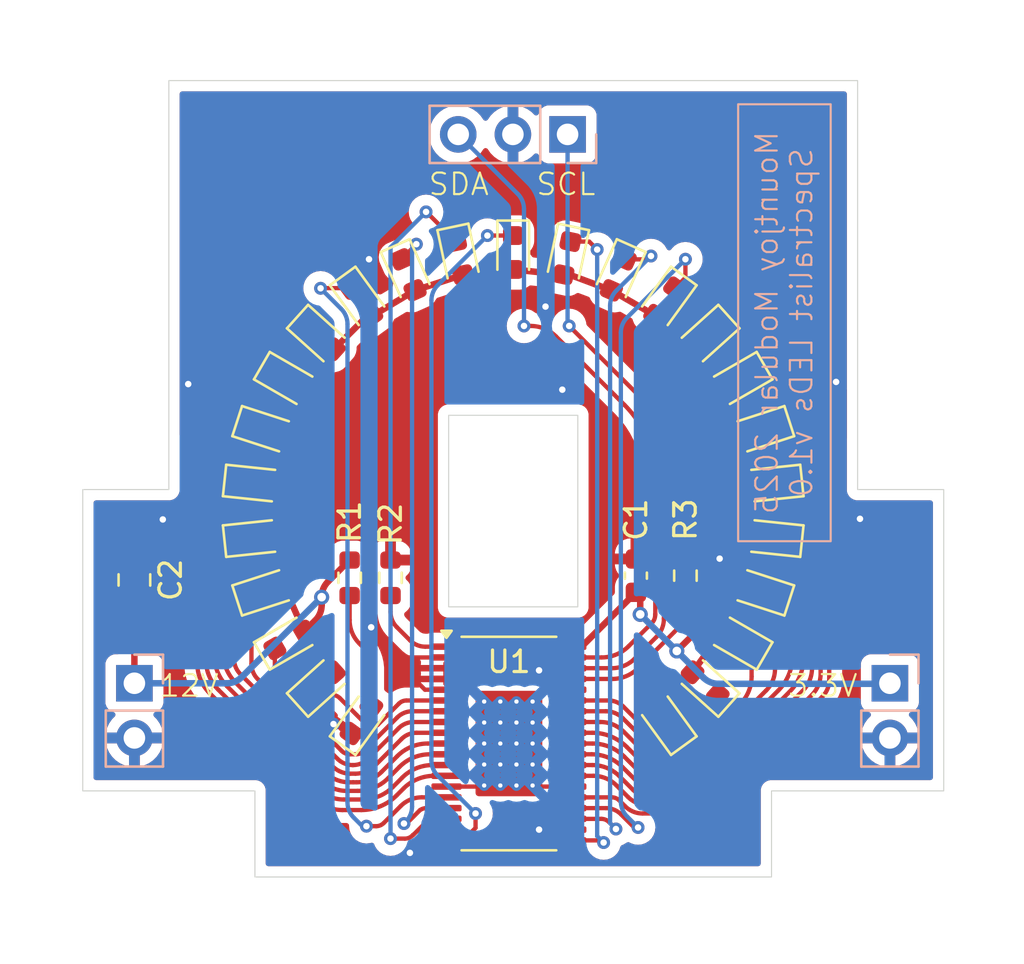
<source format=kicad_pcb>
(kicad_pcb (version 20240108) (generator "pcbnew") (generator_version "8.0")
  (layers (0 "F.Cu" signal) (31 "B.Cu" signal) (34 "B.Paste" user) (35 "F.Paste" user) (36 "B.SilkS" user "B.Silkscreen") (37 "F.SilkS" user "F.Silkscreen") (38 "B.Mask" user) (39 "F.Mask" user) (44 "Edge.Cuts" user))
  (net 0 "")
  (net 1 "GND")
  (net 2 "+12V")
  (net 3 "Net-(D1-K)")
  (net 4 "Net-(D2-K)")
  (net 5 "Net-(D3-K)")
  (net 6 "Net-(D4-K)")
  (net 7 "Net-(D5-K)")
  (net 8 "Net-(D6-K)")
  (net 9 "Net-(D7-K)")
  (net 10 "Net-(D8-K)")
  (net 11 "Net-(D9-K)")
  (net 12 "Net-(D10-K)")
  (net 13 "Net-(D11-K)")
  (net 14 "Net-(D12-K)")
  (net 15 "Net-(D13-K)")
  (net 16 "Net-(D14-K)")
  (net 17 "Net-(D15-K)")
  (net 18 "Net-(D16-K)")
  (net 19 "Net-(D17-K)")
  (net 20 "Net-(D18-K)")
  (net 21 "Net-(D19-K)")
  (net 22 "Net-(D20-K)")
  (net 23 "Net-(D21-K)")
  (net 24 "Net-(D22-K)")
  (net 25 "Net-(D23-K)")
  (net 26 "Net-(D24-K)")
  (net 27 "Net-(D25-A)")
  (net 28 "/LED_SCL")
  (net 29 "/LED_SDA")
  (net 30 "+3.3V")
  (net 31 "Net-(U1-REXT)")
  (net 32 "Net-(U1-~{RESET})")
  (footprint "LED_SMD:LED_0603_1608Metric" (layer "F.Cu") (at 138.917737 110.017067 138)
    (property "Reference" "D23" (hide yes))
    (property "Value" "LED")
  )
  (footprint "Capacitor_SMD:C_0805_2012Metric" (layer "F.Cu") (at 112.4 105.2 -90)
    (property "Reference" "C2")
    (property "Value" "10uF")
  )
  (footprint "Resistor_SMD:R_0603_1608Metric" (layer "F.Cu") (at 122.4 105.1 -90)
    (property "Reference" "R1")
    (property "Value" "10k")
  )
  (footprint "Custom_Footprints:HTSSOP-38_4.4x9.7mm_P0.5mm" (layer "F.Cu") (at 129.8 112.8)
    (property "Reference" "U1")
    (property "Value" "PCA9956B_LED_Driver")
  )
  (footprint "LED_SMD:LED_0603_1608Metric" (layer "F.Cu") (at 134.880839 91.024954 -114)
    (property "Reference" "D14" (hide yes))
    (property "Value" "LED")
  )
  (footprint "LED_SMD:LED_0603_1608Metric" (layer "F.Cu") (at 118.587321 105.695703 18)
    (property "Reference" "D3" (hide yes))
    (property "Value" "LED")
  )
  (footprint "LED_SMD:LED_0603_1608Metric" (layer "F.Cu") (at 119.607695 95.9875 -30)
    (property "Reference" "D7" (hide yes))
    (property "Value" "LED")
  )
  (footprint "LED_SMD:LED_0603_1608Metric" (layer "F.Cu") (at 130 89.9875 -90)
    (property "Reference" "D12" (hide yes))
    (property "Value" "LED")
  )
  (footprint "LED_SMD:LED_0603_1608Metric" (layer "F.Cu") (at 140.392304 95.9875 -150)
    (property "Reference" "D17" (hide yes))
    (property "Value" "LED")
  )
  (footprint "LED_SMD:LED_0603_1608Metric" (layer "F.Cu") (at 137.053423 111.695703 126)
    (property "Reference" "D24" (hide yes))
    (property "Value" "LED")
  )
  (footprint "LED_SMD:LED_0603_1608Metric" (layer "F.Cu") (at 132.49494 90.249728 -102)
    (property "Reference" "D13" (hide yes))
    (property "Value" "LED")
  )
  (footprint "LED_SMD:LED_0603_1608Metric" (layer "F.Cu") (at 137.053423 92.279296 -126)
    (property "Reference" "D15" (hide yes))
    (property "Value" "LED")
  )
  (footprint "LED_SMD:LED_0603_1608Metric" (layer "F.Cu") (at 127.505059 90.249728 -78)
    (property "Reference" "D11" (hide yes))
    (property "Value" "LED")
  )
  (footprint "Resistor_SMD:R_0603_1608Metric" (layer "F.Cu") (at 138 105 -90)
    (property "Reference" "R3")
    (property "Value" "10k")
  )
  (footprint "LED_SMD:LED_0603_1608Metric" (layer "F.Cu") (at 122.946576 92.279296 -54)
    (property "Reference" "D9" (hide yes))
    (property "Value" "LED")
  )
  (footprint "LED_SMD:LED_0603_1608Metric" (layer "F.Cu") (at 141.412678 105.695703 162)
    (property "Reference" "D21" (hide yes))
    (property "Value" "LED")
  )
  (footprint "LED_SMD:LED_0603_1608Metric" (layer "F.Cu") (at 141.412678 98.279296 -162)
    (property "Reference" "D18" (hide yes))
    (property "Value" "LED")
  )
  (footprint "LED_SMD:LED_0603_1608Metric" (layer "F.Cu") (at 141.934262 100.733158 -174)
    (property "Reference" "D19" (hide yes))
    (property "Value" "LED")
  )
  (footprint "LED_SMD:LED_0603_1608Metric" (layer "F.Cu") (at 138.917737 93.957932 -138)
    (property "Reference" "D16" (hide yes))
    (property "Value" "LED")
  )
  (footprint "LED_SMD:LED_0603_1608Metric" (layer "F.Cu") (at 118.065737 103.241841 6)
    (property "Reference" "D4" (hide yes))
    (property "Value" "LED")
  )
  (footprint "LED_SMD:LED_0603_1608Metric" (layer "F.Cu") (at 140.392304 107.9875 150)
    (property "Reference" "D22" (hide yes))
    (property "Value" "LED")
  )
  (footprint "LED_SMD:LED_0603_1608Metric" (layer "F.Cu") (at 125.11916 91.024954 -66)
    (property "Reference" "D10" (hide yes))
    (property "Value" "LED")
  )
  (footprint "LED_SMD:LED_0603_1608Metric" (layer "F.Cu") (at 141.934262 103.241841 174)
    (property "Reference" "D20" (hide yes))
    (property "Value" "LED")
  )
  (footprint "LED_SMD:LED_0603_1608Metric" (layer "F.Cu") (at 122.946576 111.695703 54)
    (property "Reference" "D25" (hide yes))
    (property "Value" "LED")
  )
  (footprint "LED_SMD:LED_0603_1608Metric" (layer "F.Cu") (at 121.082262 110.017067 42)
    (property "Reference" "D1" (hide yes))
    (property "Value" "LED")
  )
  (footprint "LED_SMD:LED_0603_1608Metric" (layer "F.Cu") (at 121.082262 93.957932 -42)
    (property "Reference" "D8" (hide yes))
    (property "Value" "LED")
  )
  (footprint "LED_SMD:LED_0603_1608Metric" (layer "F.Cu") (at 118.587321 98.279296 -18)
    (property "Reference" "D6" (hide yes))
    (property "Value" "LED")
  )
  (footprint "LED_SMD:LED_0603_1608Metric" (layer "F.Cu") (at 118.065737 100.733158 -6)
    (property "Reference" "D5" (hide yes))
    (property "Value" "LED")
  )
  (footprint "LED_SMD:LED_0603_1608Metric" (layer "F.Cu") (at 119.607695 107.9875 30)
    (property "Reference" "D2" (hide yes))
    (property "Value" "LED")
  )
  (footprint "Capacitor_SMD:C_0603_1608Metric" (layer "F.Cu") (at 135.7 105 -90)
    (property "Reference" "C1")
    (property "Value" "100nF")
  )
  (footprint "Resistor_SMD:R_0603_1608Metric" (layer "F.Cu") (at 124.3 105.1 -90)
    (property "Reference" "R2")
    (property "Value" "2k")
  )
  (footprint "Connector_PinHeader_2.54mm:PinHeader_1x02_P2.54mm_Vertical" (layer "B.Cu") (at 147.5 110 180)
    (property "Reference" "J3" (hide yes))
    (property "Value" "Conn_01x02_Pin")
  )
  (footprint "Connector_PinHeader_2.54mm:PinHeader_1x02_P2.54mm_Vertical" (layer "B.Cu") (at 112.4 110 180)
    (property "Reference" "J2" (hide yes))
    (property "Value" "Conn_01x02_Pin")
  )
  (footprint "Connector_PinHeader_2.54mm:PinHeader_1x03_P2.54mm_Vertical" (layer "B.Cu") (at 132.525 84.5 90)
    (property "Reference" "J1" (hide yes))
    (property "Value" "Conn_01x03_Pin")
  )
  (gr_poly (pts (xy 110 101) (xy 114 101) (xy 114 92) (xy 114 82) (xy 146 82) (xy 146 101) (xy 150 101) (xy 150 115) (xy 142 115) (xy 142 119) (xy 118 119) (xy 118 115) (xy 110 115)) (stroke (width 0.05)) (fill none) (layer "Edge.Cuts"))
  (gr_rect (start 127 97.55) (end 133 106.45) (stroke (width 0.05)) (fill none) (layer "Edge.Cuts"))
  (gr_text "SDA" (at 126 87.4 0) (layer "F.SilkS") (effects (font (size 1 1) (thickness 0.1)) (justify left bottom)))
  (gr_text "3.3V" (at 142.7 110.7 0) (layer "F.SilkS") (effects (font (size 1 1) (thickness 0.1)) (justify left bottom)))
  (gr_text "12V" (at 113.5 110.7 0) (layer "F.SilkS") (effects (font (size 1 1) (thickness 0.1)) (justify left bottom)))
  (gr_text "SCL" (at 131 87.4 0) (layer "F.SilkS") (effects (font (size 1 1) (thickness 0.1)) (justify left bottom)))
  (gr_text_box "Mountjoy Modular 2025\nSpectralist LEDs v1.0\n" (start 140.45 83.1) (end 144.75 103.4) (angle 90) (layer "B.SilkS") (effects (font (size 1 1) (thickness 0.1)) (justify top mirror)) (border yes) (stroke (width 0.1)))
  (segment (start 125.22038 117.87962) (end 125.9 117.2) (width 0.2) (layer "F.Cu") (net 1))
  (segment (start 132.7 116.8) (end 131.2 116.8) (width 0.2) (layer "F.Cu") (net 1))
  (segment (start 122.046106 111.895213) (end 121.65 111.895213) (width 0.2) (layer "F.Cu") (net 1))
  (segment (start 126.16759 116.8) (end 126.9 116.8) (width 0.2) (layer "F.Cu") (net 1))
  (segment (start 145.4 96.4) (end 145 96) (width 0.2) (layer "F.Cu") (net 1))
  (segment (start 113.72 102.35) (end 114.63 101.44) (width 0.2) (layer "F.Cu") (net 1))
  (segment (start 145.4 101.63) (end 145.4 96.4) (width 0.2) (layer "F.Cu") (net 1))
  (segment (start 125.4 109.8) (end 124.9 109.3) (width 0.2) (layer "F.Cu") (net 1))
  (segment (start 125.9 117.06759) (end 126.16759 116.8) (width 0.2) (layer "F.Cu") (net 1))
  (segment (start 132.7 114.8) (end 130.95 114.8) (width 0.2) (layer "F.Cu") (net 1))
  (segment (start 132.7 110.3) (end 131.96759 110.3) (width 0.2) (layer "F.Cu") (net 1))
  (segment (start 128.6 114.8) (end 128.65 114.75) (width 0.2) (layer "F.Cu") (net 1))
  (segment (start 124.9 109.3) (end 124.4 108.8) (width 0.2) (layer "F.Cu") (net 1))
  (segment (start 113.72 102.39) (end 113.72 102.35) (width 0.2) (layer "F.Cu") (net 1))
  (segment (start 131.2 109.53241) (end 131.2 109.4) (width 0.2) (layer "F.Cu") (net 1))
  (segment (start 114.63 101.44) (end 114.63 96.37) (width 0.2) (layer "F.Cu") (net 1))
  (segment (start 125.9 110.3) (end 125.4 109.8) (width 0.2) (layer "F.Cu") (net 1))
  (segment (start 146.11 102.36) (end 146.060736 102.290736) (width 0.2) (layer "F.Cu") (net 1))
  (segment (start 125.9 110.3) (end 126.9375 110.3) (width 0.2) (layer "F.Cu") (net 1))
  (segment (start 122.483696 112.332803) (end 122.046106 111.895213) (width 0.2) (layer "F.Cu") (net 1))
  (segment (start 123.4 107.8) (end 123.4 107.4) (width 0.2) (layer "F.Cu") (net 1))
  (segment (start 126.9375 109.3) (end 124.9 109.3) (width 0.2) (layer "F.Cu") (net 1))
  (segment (start 126.9375 108.8) (end 124.4 108.8) (width 0.2) (layer "F.Cu") (net 1))
  (segment (start 125.2 117.87962) (end 125.22038 117.87962) (width 0.2) (layer "F.Cu") (net 1))
  (segment (start 114.63 96.37) (end 114.9 96.1) (width 0.2) (layer "F.Cu") (net 1))
  (segment (start 126.9375 114.8) (end 128.6 114.8) (width 0.2) (layer "F.Cu") (net 1))
  (segment (start 126.9375 109.8) (end 125.4 109.8) (width 0.2) (layer "F.Cu") (net 1))
  (segment (start 146.060736 102.290736) (end 145.4 101.63) (width 0.2) (layer "F.Cu") (net 1))
  (segment (start 125.9 117.2) (end 125.9 117.06759) (width 0.2) (layer "F.Cu") (net 1))
  (segment (start 131.96759 110.3) (end 131.2 109.53241) (width 0.2) (layer "F.Cu") (net 1))
  (segment (start 124.4 108.8) (end 123.4 107.8) (width 0.2) (layer "F.Cu") (net 1))
  (segment (start 130.95 114.8) (end 130.9 114.75) (width 0.2) (layer "F.Cu") (net 1))
  (via (at 146.11 102.36) (size 0.6) (drill 0.3) (layers "F.Cu" "B.Cu") (net 1))
  (via (at 131.5 92.5) (size 0.6) (drill 0.3) (layers "F.Cu" "B.Cu") (net 1))
  (via (at 145 96) (size 0.6) (drill 0.3) (layers "F.Cu" "B.Cu") (net 1))
  (via (at 132.28 96.36) (size 0.6) (drill 0.3) (layers "F.Cu" "B.Cu") (net 1))
  (via (at 114.9 96.1) (size 0.6) (drill 0.3) (layers "F.Cu" "B.Cu") (net 1))
  (via (at 131.2 116.8) (size 0.6) (drill 0.3) (layers "F.Cu" "B.Cu") (net 1))
  (via (at 123.3 90.3) (size 0.6) (drill 0.3) (layers "F.Cu" "B.Cu") (net 1))
  (via (at 139.59 104.21) (size 0.6) (drill 0.3) (layers "F.Cu" "B.Cu") (net 1))
  (via (at 123.4 107.4) (size 0.6) (drill 0.3) (layers "F.Cu" "B.Cu") (net 1))
  (via (at 121.65 111.895213) (size 0.6) (drill 0.3) (layers "F.Cu" "B.Cu") (net 1))
  (via (at 125.2 117.87962) (size 0.6) (drill 0.3) (layers "F.Cu" "B.Cu") (net 1))
  (via (at 131.2 109.4) (size 0.6) (drill 0.3) (layers "F.Cu" "B.Cu") (net 1))
  (via (at 113.72 102.39) (size 0.6) (drill 0.3) (layers "F.Cu" "B.Cu") (net 1))
  (segment (start 118.848924 103.148922) (end 118.848924 100.815475) (width 0.3) (layer "F.Cu") (net 2))
  (segment (start 141.151076 100.815474) (end 141.151076 103.159523) (width 0.3) (layer "F.Cu") (net 2))
  (segment (start 112.4 106.15) (end 112.4 110) (width 0.3) (layer "F.Cu") (net 2))
  (segment (start 123.235962 92.916399) (end 123.409458 92.916399) (width 0.3) (layer "F.Cu") (net 2))
  (segment (start 119.336278 105.452353) (end 118.848923 103.159526) (width 0.3) (layer "F.Cu") (net 2))
  (segment (start 118.848923 103.148923) (end 118.848924 103.148922) (width 0.3) (layer "F.Cu") (net 2))
  (segment (start 140.66372 105.452352) (end 139.710309 107.59375) (width 0.3) (layer "F.Cu") (net 2))
  (segment (start 132.33121 91.020019) (end 132.620019 91.020019) (width 0.3) (layer "F.Cu") (net 2))
  (segment (start 136.590541 92.916397) (end 138.332511 94.484873) (width 0.3) (layer "F.Cu") (net 2))
  (segment (start 140.663722 98.522647) (end 141.151076 100.815474) (width 0.3) (layer "F.Cu") (net 2))
  (segment (start 123.483601 92.916399) (end 125.439466 91.744372) (width 0.3) (layer "F.Cu") (net 2))
  (segment (start 141.151076 103.159523) (end 140.66372 105.452352) (width 0.3) (layer "F.Cu") (net 2))
  (segment (start 139.710309 107.59375) (end 138.332511 109.490127) (width 0.3) (layer "F.Cu") (net 2))
  (segment (start 127.668788 91.02002) (end 130 90.775) (width 0.3) (layer "F.Cu") (net 2))
  (segment (start 134.560534 91.74437) (end 136.590541 92.916397) (width 0.3) (layer "F.Cu") (net 2))
  (segment (start 121.1 106) (end 121.1 105.989214) (width 0.3) (layer "F.Cu") (net 2))
  (segment (start 120.289691 96.38125) (end 121.667489 94.484872) (width 0.3) (layer "F.Cu") (net 2))
  (segment (start 136.590542 111.058602) (end 138.332511 109.490127) (width 0.3) (layer "F.Cu") (net 2))
  (segment (start 121.667489 94.484872) (end 123.235962 92.916399) (width 0.3) (layer "F.Cu") (net 2))
  (segment (start 130 90.775) (end 132.33121 91.020019) (width 0.3) (layer "F.Cu") (net 2))
  (segment (start 121.392893 105.282107) (end 122.4 104.275) (width 0.3) (layer "F.Cu") (net 2))
  (segment (start 138.332511 94.484873) (end 139.710308 96.38125) (width 0.3) (layer "F.Cu") (net 2))
  (segment (start 119.336278 98.522649) (end 120.289691 96.38125) (width 0.3) (layer "F.Cu") (net 2))
  (segment (start 132.620019 91.020019) (end 134.560534 91.74437) (width 0.3) (layer "F.Cu") (net 2))
  (segment (start 123.409458 92.916399) (end 123.483601 92.916399) (width 0.3) (layer "F.Cu") (net 2))
  (segment (start 118.848924 100.815475) (end 119.336278 98.522649) (width 0.3) (layer "F.Cu") (net 2))
  (segment (start 121.667488 109.490127) (end 120.28969 107.59375) (width 0.3) (layer "F.Cu") (net 2))
  (segment (start 139.710308 96.38125) (end 140.663722 98.522647) (width 0.3) (layer "F.Cu") (net 2))
  (segment (start 118.848923 103.159526) (end 118.848923 103.148923) (width 0.3) (layer "F.Cu") (net 2))
  (segment (start 121.1 106) (end 121.1 106.369226) (width 0.3) (layer "F.Cu") (net 2))
  (segment (start 120.28969 107.59375) (end 119.336278 105.452353) (width 0.3) (layer "F.Cu") (net 2))
  (segment (start 120.807107 107.076333) (end 120.28969 107.59375) (width 0.3) (layer "F.Cu") (net 2))
  (segment (start 125.439466 91.744372) (end 127.668788 91.02002) (width 0.3) (layer "F.Cu") (net 2))
  (via (at 121.1 106) (size 0.7) (drill 0.4) (layers "F.Cu" "B.Cu") (net 2))
  (arc (start 121.1 106.369226) (mid 121.02388 106.751909) (end 120.807107 107.076333) (width 0.3) (layer "F.Cu") (net 2))
  (arc (start 121.1 105.989214) (mid 121.17612 105.606531) (end 121.392893 105.282107) (width 0.3) (layer "F.Cu") (net 2))
  (segment (start 121.1 106) (end 117.392893 109.707107) (width 0.3) (layer "B.Cu") (net 2))
  (segment (start 116.685786 110) (end 112.4 110) (width 0.3) (layer "B.Cu") (net 2))
  (arc (start 116.685786 110) (mid 117.068469 109.92388) (end 117.392893 109.707107) (width 0.3) (layer "B.Cu") (net 2))
  (segment (start 123.461136 112) (end 123.530761 112) (width 0.2) (layer "F.Cu") (net 3))
  (segment (start 120.497036 110.544007) (end 121.590929 110.544007) (width 0.2) (layer "F.Cu") (net 3))
  (segment (start 125.041421 110.8) (end 126.9375 110.8) (width 0.2) (layer "F.Cu") (net 3))
  (segment (start 123.707538 111.926776) (end 124.687868 110.946446) (width 0.2) (layer "F.Cu") (net 3))
  (segment (start 121.944483 110.690454) (end 123.107583 111.853554) (width 0.2) (layer "F.Cu") (net 3))
  (arc (start 125.041421 110.8) (mid 124.85008 110.83806) (end 124.687868 110.946446) (width 0.2) (layer "F.Cu") (net 3))
  (arc (start 123.707538 111.926776) (mid 123.626432 111.980969) (end 123.530761 112) (width 0.2) (layer "F.Cu") (net 3))
  (arc (start 123.107583 111.853554) (mid 123.269795 111.96194) (end 123.461136 112) (width 0.2) (layer "F.Cu") (net 3))
  (arc (start 121.944483 110.690454) (mid 121.782271 110.582067) (end 121.590929 110.544007) (width 0.2) (layer "F.Cu") (net 3))
  (segment (start 118.9257 108.38125) (end 118.9257 109.621152) (width 0.2) (layer "F.Cu") (net 4))
  (segment (start 123.046447 113.153553) (end 124.607107 111.592893) (width 0.2) (layer "F.Cu") (net 4))
  (segment (start 122.409813 113.3) (end 122.692893 113.3) (width 0.2) (layer "F.Cu") (net 4))
  (segment (start 119.218593 110.328259) (end 122.035138 113.144804) (width 0.2) (layer "F.Cu") (net 4))
  (segment (start 125.314214 111.3) (end 126.9375 111.3) (width 0.2) (layer "F.Cu") (net 4))
  (arc (start 122.692893 113.3) (mid 122.884235 113.26194) (end 123.046447 113.153553) (width 0.2) (layer "F.Cu") (net 4))
  (arc (start 124.607107 111.592893) (mid 124.93153 111.37612) (end 125.314214 111.3) (width 0.2) (layer "F.Cu") (net 4))
  (arc (start 118.9257 109.621152) (mid 119.00182 110.003835) (end 119.218593 110.328259) (width 0.2) (layer "F.Cu") (net 4))
  (arc (start 122.409813 113.3) (mid 122.20704 113.259666) (end 122.035138 113.144804) (width 0.2) (layer "F.Cu") (net 4))
  (segment (start 122.551472 113.8) (end 122.556651 113.8) (width 0.2) (layer "F.Cu") (net 5))
  (segment (start 124.672793 112.092893) (end 123.254875 113.510811) (width 0.2) (layer "F.Cu") (net 5))
  (segment (start 126.9375 111.8) (end 125.3799 111.8) (width 0.2) (layer "F.Cu") (net 5))
  (segment (start 121.831741 113.507093) (end 118.131257 109.806609) (width 0.2) (layer "F.Cu") (net 5))
  (segment (start 117.838364 109.099502) (end 117.838364 105.939053) (width 0.2) (layer "F.Cu") (net 5))
  (arc (start 118.131257 109.806609) (mid 117.914484 109.482186) (end 117.838364 109.099502) (width 0.2) (layer "F.Cu") (net 5))
  (arc (start 121.831741 113.507093) (mid 122.156161 113.723868) (end 122.538862 113.8) (width 0.2) (layer "F.Cu") (net 5))
  (arc (start 124.672793 112.092893) (mid 124.997216 111.87612) (end 125.3799 111.8) (width 0.2) (layer "F.Cu") (net 5))
  (arc (start 123.254875 113.510811) (mid 122.934532 113.724852) (end 122.556651 113.8) (width 0.2) (layer "F.Cu") (net 5))
  (segment (start 117.028787 108.864573) (end 117.028787 103.57792) (width 0.2) (layer "F.Cu") (net 6))
  (segment (start 122.432288 114.2) (end 122.671669 114.200002) (width 0.2) (layer "F.Cu") (net 6))
  (segment (start 121.608964 113.858964) (end 117.32168 109.57168) (width 0.2) (layer "F.Cu") (net 6))
  (segment (start 117.028787 103.57792) (end 117.282551 103.324156) (width 0.2) (layer "F.Cu") (net 6))
  (segment (start 126.9375 112.3) (end 125.514214 112.3) (width 0.2) (layer "F.Cu") (net 6))
  (segment (start 124.807107 112.592893) (end 123.573577 113.826423) (width 0.2) (layer "F.Cu") (net 6))
  (arc (start 122.671669 114.200002) (mid 123.159778 114.102913) (end 123.573577 113.826423) (width 0.2) (layer "F.Cu") (net 6))
  (arc (start 125.514214 112.3) (mid 125.131531 112.37612) (end 124.807107 112.592893) (width 0.2) (layer "F.Cu") (net 6))
  (arc (start 121.608964 113.858964) (mid 121.986707 114.111365) (end 122.432288 114.2) (width 0.2) (layer "F.Cu") (net 6))
  (arc (start 117.028787 108.864573) (mid 117.104907 109.247256) (end 117.32168 109.57168) (width 0.2) (layer "F.Cu") (net 6))
  (segment (start 122.559798 114.6) (end 122.378525 114.6) (width 0.2) (layer "F.Cu") (net 7))
  (segment (start 122.571573 114.6) (end 122.559798 114.6) (width 0.2) (layer "F.Cu") (net 7))
  (segment (start 116.518413 108.558615) (end 116.518413 102.243405) (width 0.2) (layer "F.Cu") (net 7))
  (segment (start 117.1042 100.829191) (end 117.28255 100.650841) (width 0.2) (layer "F.Cu") (net 7))
  (segment (start 121.273765 114.142394) (end 117.104199 109.972828) (width 0.2) (layer "F.Cu") (net 7))
  (segment (start 126.9375 112.8) (end 126.028427 112.8) (width 0.2) (layer "F.Cu") (net 7))
  (segment (start 122.571573 114.6) (end 122.720198 114.600002) (width 0.2) (layer "F.Cu") (net 7))
  (segment (start 124.614213 113.385787) (end 123.880675 114.119325) (width 0.2) (layer "F.Cu") (net 7))
  (arc (start 126.028427 112.8) (mid 125.26306 112.952241) (end 124.614213 113.385787) (width 0.2) (layer "F.Cu") (net 7))
  (arc (start 117.104199 109.972828) (mid 116.670654 109.323982) (end 116.518413 108.558615) (width 0.2) (layer "F.Cu") (net 7))
  (arc (start 121.273765 114.142394) (mid 121.780633 114.481073) (end 122.378525 114.6) (width 0.2) (layer "F.Cu") (net 7))
  (arc (start 123.880675 114.119325) (mid 123.348244 114.475082) (end 122.720198 114.600002) (width 0.2) (layer "F.Cu") (net 7))
  (arc (start 117.1042 100.829191) (mid 116.670654 101.478038) (end 116.518413 102.243405) (width 0.2) (layer "F.Cu") (net 7))
  (segment (start 116.7042 99.170107) (end 117.838364 98.035943) (width 0.2) (layer "F.Cu") (net 8))
  (segment (start 122.771573 115) (end 122.262778 115) (width 0.2) (layer "F.Cu") (net 8))
  (segment (start 116.118413 108.724301) (end 116.118413 100.584321) (width 0.2) (layer "F.Cu") (net 8))
  (segment (start 126.9375 113.3) (end 126.128427 113.3) (width 0.2) (layer "F.Cu") (net 8))
  (segment (start 124.714213 113.885787) (end 124.185786 114.414214) (width 0.2) (layer "F.Cu") (net 8))
  (segment (start 121.072767 114.507082) (end 116.704199 110.138514) (width 0.2) (layer "F.Cu") (net 8))
  (arc (start 126.128427 113.3) (mid 125.36306 113.452241) (end 124.714213 113.885787) (width 0.2) (layer "F.Cu") (net 8))
  (arc (start 121.072767 114.507082) (mid 121.618749 114.871895) (end 122.262778 115) (width 0.2) (layer "F.Cu") (net 8))
  (arc (start 116.7042 99.170107) (mid 116.270654 99.818954) (end 116.118413 100.584321) (width 0.2) (layer "F.Cu") (net 8))
  (arc (start 122.771573 115) (mid 123.53694 114.847759) (end 124.185786 114.414214) (width 0.2) (layer "F.Cu") (net 8))
  (arc (start 116.704199 110.138514) (mid 116.270654 109.489668) (end 116.118413 108.724301) (width 0.2) (layer "F.Cu") (net 8))
  (segment (start 122.998477 115.4) (end 122.128471 115.4) (width 0.2) (layer "F.Cu") (net 9))
  (segment (start 126.9375 113.8) (end 126.255331 113.8) (width 0.2) (layer "F.Cu") (net 9))
  (segment (start 116.3042 98.215249) (end 118.925699 95.59375) (width 0.2) (layer "F.Cu") (net 9))
  (segment (start 115.718413 108.889987) (end 115.718413 99.629463) (width 0.2) (layer "F.Cu") (net 9))
  (segment (start 120.884892 114.884893) (end 116.304199 110.3042) (width 0.2) (layer "F.Cu") (net 9))
  (segment (start 124.841117 114.385787) (end 124.41269 114.814214) (width 0.2) (layer "F.Cu") (net 9))
  (arc (start 116.304199 110.3042) (mid 115.870654 109.655354) (end 115.718413 108.889987) (width 0.2) (layer "F.Cu") (net 9))
  (arc (start 122.128471 115.4) (mid 121.455451 115.266128) (end 120.884892 114.884893) (width 0.2) (layer "F.Cu") (net 9))
  (arc (start 126.255331 113.8) (mid 125.489964 113.952241) (end 124.841117 114.385787) (width 0.2) (layer "F.Cu") (net 9))
  (arc (start 124.41269 114.814214) (mid 123.763844 115.247759) (end 122.998477 115.4) (width 0.2) (layer "F.Cu") (net 9))
  (arc (start 115.718413 99.629463) (mid 115.870654 98.864096) (end 116.3042 98.215249) (width 0.2) (layer "F.Cu") (net 9))
  (segment (start 119.626115 93.723885) (end 115.9042 97.4458) (width 0.2) (layer "F.Cu") (net 10))
  (segment (start 126.321017 114.3) (end 126.9375 114.3) (width 0.2) (layer "F.Cu") (net 10))
  (segment (start 120.497035 93.430992) (end 120.333222 93.430992) (width 0.2) (layer "F.Cu") (net 10))
  (segment (start 122.064856 115.89) (end 122.941852 115.89) (width 0.2) (layer "F.Cu") (net 10))
  (segment (start 124.581933 115.210657) (end 124.906803 114.885787) (width 0.2) (layer "F.Cu") (net 10))
  (segment (start 115.904199 110.469886) (end 120.80067 115.366357) (width 0.2) (layer "F.Cu") (net 10))
  (segment (start 115.318413 98.860014) (end 115.318413 109.055673) (width 0.2) (layer "F.Cu") (net 10))
  (arc (start 122.941852 115.89) (mid 123.829457 115.713444) (end 124.581933 115.210657) (width 0.2) (layer "F.Cu") (net 10))
  (arc (start 122.064856 115.89) (mid 121.380683 115.75391) (end 120.80067 115.366357) (width 0.2) (layer "F.Cu") (net 10))
  (arc (start 124.906803 114.885787) (mid 125.55565 114.452241) (end 126.321017 114.3) (width 0.2) (layer "F.Cu") (net 10))
  (arc (start 120.333222 93.430992) (mid 119.950539 93.507112) (end 119.626115 93.723885) (width 0.2) (layer "F.Cu") (net 10))
  (arc (start 115.9042 97.4458) (mid 115.470654 98.094647) (end 115.318413 98.860014) (width 0.2) (layer "F.Cu") (net 10))
  (arc (start 115.318413 109.055673) (mid 115.470654 109.82104) (end 115.904199 110.469886) (width 0.2) (layer "F.Cu") (net 10))
  (segment (start 123.629435 116.64) (end 123.18 116.64) (width 0.2) (layer "F.Cu") (net 11))
  (segment (start 124.768988 115.707554) (end 123.982988 116.493554) (width 0.2) (layer "F.Cu") (net 11))
  (segment (start 126.9375 115.3) (end 125.752911 115.3) (width 0.2) (layer "F.Cu") (net 11))
  (segment (start 121.057807 91.642193) (end 122.483694 91.642193) (width 0.2) (layer "F.Cu") (net 11))
  (segment (start 121.05 91.65) (end 121.057807 91.642193) (width 0.2) (layer "F.Cu") (net 11))
  (via (at 123.18 116.64) (size 0.6) (drill 0.3) (layers "F.Cu" "B.Cu") (net 11))
  (via (at 121.05 91.65) (size 0.6) (drill 0.3) (layers "F.Cu" "B.Cu") (net 11))
  (arc (start 125.752911 115.3) (mid 125.220416 115.40592) (end 124.768988 115.707554) (width 0.2) (layer "F.Cu") (net 11))
  (arc (start 123.629435 116.64) (mid 123.820776 116.60194) (end 123.982988 116.493554) (width 0.2) (layer "F.Cu") (net 11))
  (segment (start 122.3 115.535786) (end 122.3 93.314214) (width 0.2) (layer "B.Cu") (net 11))
  (segment (start 122.007107 92.607107) (end 121.05 91.65) (width 0.2) (layer "B.Cu") (net 11))
  (segment (start 123.18 116.64) (end 122.99 116.64) (width 0.2) (layer "B.Cu") (net 11))
  (segment (start 122.99 116.64) (end 122.592893 116.242893) (width 0.2) (layer "B.Cu") (net 11))
  (arc (start 122.007107 92.607107) (mid 122.22388 92.93153) (end 122.3 93.314214) (width 0.2) (layer "B.Cu") (net 11))
  (arc (start 122.592893 116.242893) (mid 122.37612 115.91847) (end 122.3 115.535786) (width 0.2) (layer "B.Cu") (net 11))
  (segment (start 125.66023 115.901064) (end 125.043965 116.517329) (width 0.2) (layer "F.Cu") (net 12))
  (segment (start 125.5 89.60439) (end 125.5 89.599996) (width 0.2) (layer "F.Cu") (net 12))
  (segment (start 124.798854 90.305536) (end 125.5 89.60439) (width 0.2) (layer "F.Cu") (net 12))
  (segment (start 126.9375 115.8) (end 125.966347 115.8) (width 0.2) (layer "F.Cu") (net 12))
  (segment (start 125.043965 116.517329) (end 124.923586 116.517329) (width 0.2) (layer "F.Cu") (net 12))
  (via (at 125.5 89.599996) (size 0.6) (drill 0.3) (layers "F.Cu" "B.Cu") (net 12))
  (via (at 124.923586 116.517329) (size 0.6) (drill 0.3) (layers "F.Cu" "B.Cu") (net 12))
  (arc (start 125.966347 115.8) (mid 125.805619 115.826522) (end 125.66023 115.901064) (width 0.2) (layer "F.Cu") (net 12))
  (segment (start 125.007107 116.433808) (end 124.923586 116.517329) (width 0.2) (layer "B.Cu") (net 12))
  (segment (start 125.5 89.599996) (end 125.3 89.799996) (width 0.2) (layer "B.Cu") (net 12))
  (segment (start 125.3 89.799996) (end 125.3 115.726701) (width 0.2) (layer "B.Cu") (net 12))
  (arc (start 125.3 115.726701) (mid 125.22388 116.109384) (end 125.007107 116.433808) (width 0.2) (layer "B.Cu") (net 12))
  (segment (start 125.955457 116.446447) (end 125.361904 117.04) (width 0.2) (layer "F.Cu") (net 13))
  (segment (start 124.96533 117.217563) (end 124.298198 117.217563) (width 0.2) (layer "F.Cu") (net 13))
  (segment (start 125.95 88.1) (end 125.961894 88.1) (width 0.2) (layer "F.Cu") (net 13))
  (segment (start 125.361904 117.04) (end 125.35 117.04) (width 0.2) (layer "F.Cu") (net 13))
  (segment (start 125.961894 88.1) (end 127.34133 89.479436) (width 0.2) (layer "F.Cu") (net 13))
  (segment (start 126.9375 116.3) (end 126.309011 116.3) (width 0.2) (layer "F.Cu") (net 13))
  (segment (start 125.35 117.04) (end 125.318883 117.071117) (width 0.2) (layer "F.Cu") (net 13))
  (via (at 125.95 88.1) (size 0.6) (drill 0.3) (layers "F.Cu" "B.Cu") (net 13))
  (via (at 124.298198 117.217563) (size 0.6) (drill 0.3) (layers "F.Cu" "B.Cu") (net 13))
  (arc (start 125.318883 117.071117) (mid 125.156671 117.179503) (end 124.96533 117.217563) (width 0.2) (layer "F.Cu") (net 13))
  (arc (start 125.955457 116.446447) (mid 126.117669 116.33806) (end 126.309011 116.3) (width 0.2) (layer "F.Cu") (net 13))
  (segment (start 124.3 89.75) (end 124.3 117.215761) (width 0.2) (layer "B.Cu") (net 13))
  (segment (start 124.3 117.215761) (end 124.298198 117.217563) (width 0.2) (layer "B.Cu") (net 13))
  (segment (start 125.95 88.1) (end 124.3 89.75) (width 0.2) (layer "B.Cu") (net 13))
  (segment (start 127.66991 117.3) (end 126.9375 117.3) (width 0.2) (layer "F.Cu") (net 14))
  (segment (start 128.800002 89.2) (end 128.8 89.199998) (width 0.2) (layer "F.Cu") (net 14))
  (segment (start 128.25 116.71991) (end 127.66991 117.3) (width 0.2) (layer "F.Cu") (net 14))
  (segment (start 128.25 116.05) (end 128.25 116.71991) (width 0.2) (layer "F.Cu") (net 14))
  (segment (start 130 89.2) (end 128.800002 89.2) (width 0.2) (layer "F.Cu") (net 14))
  (via (at 128.25 116.05) (size 0.6) (drill 0.3) (layers "F.Cu" "B.Cu") (net 14))
  (via (at 128.8 89.199998) (size 0.6) (drill 0.3) (layers "F.Cu" "B.Cu") (net 14))
  (segment (start 126.492893 91.507105) (end 128.8 89.199998) (width 0.2) (layer "B.Cu") (net 14))
  (segment (start 128.25 116.05) (end 126.492893 114.292893) (width 0.2) (layer "B.Cu") (net 14))
  (segment (start 126.2 113.585786) (end 126.2 92.214212) (width 0.2) (layer "B.Cu") (net 14))
  (arc (start 126.492893 91.507105) (mid 126.27612 91.831528) (end 126.2 92.214212) (width 0.2) (layer "B.Cu") (net 14))
  (arc (start 126.2 113.585786) (mid 126.27612 113.968469) (end 126.492893 114.292893) (width 0.2) (layer "B.Cu") (net 14))
  (segment (start 134.09999 117.3) (end 134.19999 117.4) (width 0.2) (layer "F.Cu") (net 15))
  (segment (start 132.7 117.3) (end 134.09999 117.3) (width 0.2) (layer "F.Cu") (net 15))
  (segment (start 133.529437 89.479437) (end 133.9 89.85) (width 0.2) (layer "F.Cu") (net 15))
  (segment (start 132.65867 89.479437) (end 133.529437 89.479437) (width 0.2) (layer "F.Cu") (net 15))
  (via (at 134.19999 117.4) (size 0.6) (drill 0.3) (layers "F.Cu" "B.Cu") (net 15))
  (via (at 133.9 89.85) (size 0.6) (drill 0.3) (layers "F.Cu" "B.Cu") (net 15))
  (segment (start 133.9 117.10001) (end 134.19999 117.4) (width 0.2) (layer "B.Cu") (net 15))
  (segment (start 133.9 89.85) (end 133.9 117.10001) (width 0.2) (layer "B.Cu") (net 15))
  (segment (start 134.447172 116.446447) (end 134.771774 116.771049) (width 0.2) (layer "F.Cu") (net 16))
  (segment (start 136.244462 90.305538) (end 136.4 90.15) (width 0.2) (layer "F.Cu") (net 16))
  (segment (start 132.7 116.3) (end 134.093618 116.3) (width 0.2) (layer "F.Cu") (net 16))
  (segment (start 135.201144 90.305538) (end 136.244462 90.305538) (width 0.2) (layer "F.Cu") (net 16))
  (via (at 136.4 90.15) (size 0.6) (drill 0.3) (layers "F.Cu" "B.Cu") (net 16))
  (via (at 134.771774 116.771049) (size 0.6) (drill 0.3) (layers "F.Cu" "B.Cu") (net 16))
  (arc (start 134.447172 116.446447) (mid 134.28496 116.33806) (end 134.093618 116.3) (width 0.2) (layer "F.Cu") (net 16))
  (segment (start 136.4 90.15) (end 134.792893 91.757107) (width 0.2) (layer "B.Cu") (net 16))
  (segment (start 134.5 92.464214) (end 134.5 116.499275) (width 0.2) (layer "B.Cu") (net 16))
  (segment (start 134.5 116.499275) (end 134.771774 116.771049) (width 0.2) (layer "B.Cu") (net 16))
  (arc (start 134.5 92.464214) (mid 134.57612 92.081531) (end 134.792893 91.757107) (width 0.2) (layer "B.Cu") (net 16))
  (segment (start 138 91.1585) (end 137.516305 91.642195) (width 0.2) (layer "F.Cu") (net 17))
  (segment (start 132.7 115.8) (end 134.305026 115.8) (width 0.2) (layer "F.Cu") (net 17))
  (segment (start 138 90.3) (end 138 91.1585) (width 0.2) (layer "F.Cu") (net 17))
  (segment (start 135.012133 116.092893) (end 135.61924 116.7) (width 0.2) (layer "F.Cu") (net 17))
  (segment (start 135.61924 116.7) (end 135.8 116.7) (width 0.2) (layer "F.Cu") (net 17))
  (via (at 138 90.3) (size 0.6) (drill 0.3) (layers "F.Cu" "B.Cu") (net 17))
  (via (at 135.8 116.7) (size 0.6) (drill 0.3) (layers "F.Cu" "B.Cu") (net 17))
  (arc (start 134.305026 115.8) (mid 134.687709 115.87612) (end 135.012133 116.092893) (width 0.2) (layer "F.Cu") (net 17))
  (segment (start 135.8 116.7) (end 135.292893 116.192893) (width 0.2) (layer "B.Cu") (net 17))
  (segment (start 135.292893 93.007107) (end 138 90.3) (width 0.2) (layer "B.Cu") (net 17))
  (segment (start 135 115.485786) (end 135 93.714214) (width 0.2) (layer "B.Cu") (net 17))
  (arc (start 135 93.714214) (mid 135.07612 93.331531) (end 135.292893 93.007107) (width 0.2) (layer "B.Cu") (net 17))
  (arc (start 135 115.485786) (mid 135.07612 115.868469) (end 135.292893 116.192893) (width 0.2) (layer "B.Cu") (net 17))
  (segment (start 139.080762 115.903553) (end 144.358979 110.625336) (width 0.2) (layer "F.Cu") (net 18))
  (segment (start 143.98677 97.376621) (end 140.187586 93.577437) (width 0.2) (layer "F.Cu") (net 18))
  (segment (start 134.931372 115.446447) (end 135.199563 115.714638) (width 0.2) (layer "F.Cu") (net 18))
  (segment (start 144.681588 109.846489) (end 144.681588 99.05406) (width 0.2) (layer "F.Cu") (net 18))
  (segment (start 139.834033 93.430991) (end 139.502963 93.430991) (width 0.2) (layer "F.Cu") (net 18))
  (segment (start 132.7 115.3) (end 134.577818 115.3) (width 0.2) (layer "F.Cu") (net 18))
  (segment (start 136.009199 116.05) (end 138.727208 116.05) (width 0.2) (layer "F.Cu") (net 18))
  (arc (start 144.681588 99.05406) (mid 144.501011 98.146237) (end 143.98677 97.376621) (width 0.2) (layer "F.Cu") (net 18))
  (arc (start 136.009199 116.05) (mid 135.571027 115.962842) (end 135.199563 115.714638) (width 0.2) (layer "F.Cu") (net 18))
  (arc (start 144.681588 109.846489) (mid 144.597745 110.267998) (end 144.358979 110.625336) (width 0.2) (layer "F.Cu") (net 18))
  (arc (start 138.727208 116.05) (mid 138.91855 116.01194) (end 139.080762 115.903553) (width 0.2) (layer "F.Cu") (net 18))
  (arc (start 134.577818 115.3) (mid 134.76916 115.33806) (end 134.931372 115.446447) (width 0.2) (layer "F.Cu") (net 18))
  (arc (start 140.187586 93.577437) (mid 140.025374 93.469051) (end 139.834033 93.430991) (width 0.2) (layer "F.Cu") (net 18))
  (segment (start 144.281588 100.035269) (end 144.281588 109.554022) (width 0.2) (layer "F.Cu") (net 19))
  (segment (start 135.33782 115.287211) (end 134.796943 114.746334) (width 0.2) (layer "F.Cu") (net 19))
  (segment (start 143.869332 110.549297) (end 138.915075 115.503554) (width 0.2) (layer "F.Cu") (net 19))
  (segment (start 141.0743 95.59375) (end 143.408855 97.928305) (width 0.2) (layer "F.Cu") (net 19))
  (segment (start 138.561522 115.65) (end 136.21367 115.65) (width 0.2) (layer "F.Cu") (net 19))
  (segment (start 133.719396 114.3) (end 132.7 114.3) (width 0.2) (layer "F.Cu") (net 19))
  (arc (start 136.21367 115.65) (mid 135.739663 115.555714) (end 135.33782 115.287211) (width 0.2) (layer "F.Cu") (net 19))
  (arc (start 133.719396 114.3) (mid 134.30256 114.415999) (end 134.796943 114.746334) (width 0.2) (layer "F.Cu") (net 19))
  (arc (start 143.869332 110.549297) (mid 144.174446 110.092661) (end 144.281588 109.554022) (width 0.2) (layer "F.Cu") (net 19))
  (arc (start 138.561522 115.65) (mid 138.752863 115.61194) (end 138.915075 115.503554) (width 0.2) (layer "F.Cu") (net 19))
  (arc (start 143.408855 97.928305) (mid 144.054772 98.894988) (end 144.281588 100.035269) (width 0.2) (layer "F.Cu") (net 19))
  (segment (start 138.706447 115.093553) (end 143.441887 110.358113) (width 0.2) (layer "F.Cu") (net 20))
  (segment (start 132.7 113.8) (end 133.67192 113.8) (width 0.2) (layer "F.Cu") (net 20))
  (segment (start 143.881588 109.29658) (end 143.881588 100.33989) (width 0.2) (layer "F.Cu") (net 20))
  (segment (start 143.468644 99.342955) (end 142.161634 98.035945) (width 0.2) (layer "F.Cu") (net 20))
  (segment (start 136.260472 115.24) (end 138.352893 115.24) (width 0.2) (layer "F.Cu") (net 20))
  (segment (start 134.94265 114.326353) (end 135.570502 114.954205) (width 0.2) (layer "F.Cu") (net 20))
  (arc (start 143.881588 100.33989) (mid 143.774267 99.800353) (end 143.468644 99.342955) (width 0.2) (layer "F.Cu") (net 20))
  (arc (start 136.260472 115.24) (mid 135.887063 115.165724) (end 135.570502 114.954205) (width 0.2) (layer "F.Cu") (net 20))
  (arc (start 134.94265 114.326353) (mid 134.359634 113.936794) (end 133.67192 113.8) (width 0.2) (layer "F.Cu") (net 20))
  (arc (start 138.352893 115.24) (mid 138.544235 115.20194) (end 138.706447 115.093553) (width 0.2) (layer "F.Cu") (net 20))
  (arc (start 143.881588 109.29658) (mid 143.767313 109.871077) (end 143.441887 110.358113) (width 0.2) (layer "F.Cu") (net 20))
  (segment (start 135.073465 113.891484) (end 135.707091 114.52511) (width 0.2) (layer "F.Cu") (net 21))
  (segment (start 138.580761 114.653553) (end 142.833165 110.401149) (width 0.2) (layer "F.Cu") (net 21))
  (segment (start 132.7 113.3) (end 133.645495 113.3) (width 0.2) (layer "F.Cu") (net 21))
  (segment (start 143.113227 101.046621) (end 142.717448 100.650842) (width 0.2) (layer "F.Cu") (net 21))
  (segment (start 136.370734 114.8) (end 138.227207 114.8) (width 0.2) (layer "F.Cu") (net 21))
  (segment (start 143.481588 108.835717) (end 143.481588 101.935924) (width 0.2) (layer "F.Cu") (net 21))
  (arc (start 133.645495 113.3) (mid 134.418307 113.453722) (end 135.073465 113.891484) (width 0.2) (layer "F.Cu") (net 21))
  (arc (start 143.481588 101.935924) (mid 143.385854 101.454637) (end 143.113227 101.046621) (width 0.2) (layer "F.Cu") (net 21))
  (arc (start 143.481588 108.835717) (mid 143.313068 109.682923) (end 142.833165 110.401149) (width 0.2) (layer "F.Cu") (net 21))
  (arc (start 136.370734 114.8) (mid 136.011573 114.728558) (end 135.707091 114.52511) (width 0.2) (layer "F.Cu") (net 21))
  (arc (start 138.580761 114.653553) (mid 138.418549 114.76194) (end 138.227207 114.8) (width 0.2) (layer "F.Cu") (net 21))
  (segment (start 138.415761 114.234239) (end 142.31258 110.33742) (width 0.2) (layer "F.Cu") (net 22))
  (segment (start 142.824766 103.431477) (end 142.717448 103.324159) (width 0.2) (layer "F.Cu") (net 22))
  (segment (start 135.16077 113.41077) (end 135.895207 114.145207) (width 0.2) (layer "F.Cu") (net 22))
  (segment (start 132.7 112.8) (end 133.686241 112.8) (width 0.2) (layer "F.Cu") (net 22))
  (segment (start 142.971213 108.747339) (end 142.971213 103.785031) (width 0.2) (layer "F.Cu") (net 22))
  (segment (start 136.463704 114.380686) (end 138.062207 114.380686) (width 0.2) (layer "F.Cu") (net 22))
  (arc (start 138.415761 114.234239) (mid 138.253549 114.342626) (end 138.062207 114.380686) (width 0.2) (layer "F.Cu") (net 22))
  (arc (start 135.895207 114.145207) (mid 136.156036 114.319487) (end 136.463704 114.380686) (width 0.2) (layer "F.Cu") (net 22))
  (arc (start 133.686241 112.8) (mid 134.48425 112.958734) (end 135.16077 113.41077) (width 0.2) (layer "F.Cu") (net 22))
  (arc (start 142.971213 108.747339) (mid 142.80004 109.607885) (end 142.31258 110.33742) (width 0.2) (layer "F.Cu") (net 22))
  (arc (start 142.971213 103.785031) (mid 142.933153 103.593689) (end 142.824766 103.431477) (width 0.2) (layer "F.Cu") (net 22))
  (segment (start 135.282127 112.966441) (end 136.055179 113.739493) (width 0.2) (layer "F.Cu") (net 23))
  (segment (start 142.161636 109.342294) (end 142.161636 105.939054) (width 0.2) (layer "F.Cu") (net 23))
  (segment (start 136.63747 113.980686) (end 137.896521 113.980686) (width 0.2) (layer "F.Cu") (net 23))
  (segment (start 138.250075 113.834239) (end 141.751243 110.333071) (width 0.2) (layer "F.Cu") (net 23))
  (segment (start 132.7 112.3) (end 133.673195 112.3) (width 0.2) (layer "F.Cu") (net 23))
  (arc (start 136.055179 113.739493) (mid 136.322336 113.918002) (end 136.63747 113.980686) (width 0.2) (layer "F.Cu") (net 23))
  (arc (start 137.896521 113.980686) (mid 138.087863 113.942626) (end 138.250075 113.834239) (width 0.2) (layer "F.Cu") (net 23))
  (arc (start 135.282127 112.966441) (mid 134.543943 112.473202) (end 133.673195 112.3) (width 0.2) (layer "F.Cu") (net 23))
  (arc (start 141.751243 110.333071) (mid 142.054978 109.878499) (end 142.161636 109.342294) (width 0.2) (layer "F.Cu") (net 23))
  (segment (start 141.074299 108.38125) (end 141.074299 109.685047) (width 0.2) (layer "F.Cu") (net 24))
  (segment (start 136.187934 113.306562) (end 135.127036 112.245664) (width 0.2) (layer "F.Cu") (net 24))
  (segment (start 137.723823 113.580686) (end 136.849727 113.580686) (width 0.2) (layer "F.Cu") (net 24))
  (segment (start 140.542364 110.969252) (end 138.077376 113.43424) (width 0.2) (layer "F.Cu") (net 24))
  (segment (start 134.051107 111.8) (end 132.7 111.8) (width 0.2) (layer "F.Cu") (net 24))
  (arc (start 140.542364 110.969252) (mid 140.936054 110.380054) (end 141.074299 109.685047) (width 0.2) (layer "F.Cu") (net 24))
  (arc (start 137.723823 113.580686) (mid 137.915164 113.542626) (end 138.077376 113.43424) (width 0.2) (layer "F.Cu") (net 24))
  (arc (start 136.849727 113.580686) (mid 136.491567 113.509444) (end 136.187934 113.306562) (width 0.2) (layer "F.Cu") (net 24))
  (arc (start 134.051107 111.8) (mid 134.633395 111.915824) (end 135.127036 112.245664) (width 0.2) (layer "F.Cu") (net 24))
  (segment (start 139.502963 110.544007) (end 139.502963 111.23586) (width 0.2) (layer "F.Cu") (net 25))
  (segment (start 139.356516 111.589414) (end 137.91169 113.03424) (width 0.2) (layer "F.Cu") (net 25))
  (segment (start 137.558137 113.180686) (end 137.044291 113.180686) (width 0.2) (layer "F.Cu") (net 25))
  (segment (start 136.365 112.899315) (end 135.094453 111.628768) (width 0.2) (layer "F.Cu") (net 25))
  (segment (start 134.300736 111.3) (end 132.7 111.3) (width 0.2) (layer "F.Cu") (net 25))
  (arc (start 139.502963 111.23586) (mid 139.464903 111.427202) (end 139.356516 111.589414) (width 0.2) (layer "F.Cu") (net 25))
  (arc (start 134.300736 111.3) (mid 134.730292 111.385444) (end 135.094453 111.628768) (width 0.2) (layer "F.Cu") (net 25))
  (arc (start 137.558137 113.180686) (mid 137.749478 113.142626) (end 137.91169 113.03424) (width 0.2) (layer "F.Cu") (net 25))
  (arc (start 137.044291 113.180686) (mid 136.676662 113.10756) (end 136.365 112.899315) (width 0.2) (layer "F.Cu") (net 25))
  (segment (start 137.516304 112.332804) (end 136.571282 112.332804) (width 0.2) (layer "F.Cu") (net 26))
  (segment (start 136.217728 112.186357) (end 135.11671 111.085339) (width 0.2) (layer "F.Cu") (net 26))
  (segment (start 134.427841 110.8) (end 132.7 110.8) (width 0.2) (layer "F.Cu") (net 26))
  (arc (start 136.217728 112.186357) (mid 136.37994 112.294744) (end 136.571282 112.332804) (width 0.2) (layer "F.Cu") (net 26))
  (arc (start 135.11671 111.085339) (mid 134.800654 110.874157) (end 134.427841 110.8) (width 0.2) (layer "F.Cu") (net 26))
  (segment (start 123.4 111.049147) (end 123.4 109.390781) (width 0.2) (layer "F.Cu") (net 27))
  (segment (start 122.911544 108.211544) (end 122.850105 108.150105) (width 0.2) (layer "F.Cu") (net 27))
  (segment (start 123.409456 111.058603) (end 123.4 111.049147) (width 0.2) (layer "F.Cu") (net 27))
  (segment (start 122.4 107.063454) (end 122.4 105.925) (width 0.2) (layer "F.Cu") (net 27))
  (arc (start 123.4 109.390781) (mid 123.273054 108.752583) (end 122.911544 108.211544) (width 0.2) (layer "F.Cu") (net 27))
  (arc (start 122.4 107.063454) (mid 122.516979 107.651545) (end 122.850105 108.150105) (width 0.2) (layer "F.Cu") (net 27))
  (segment (start 135.941986 96.741986) (end 132.6 93.4) (width 0.2) (layer "F.Cu") (net 28))
  (segment (start 137 107.003324) (end 137 99.296257) (width 0.2) (layer "F.Cu") (net 28))
  (segment (start 132.7 109.3) (end 134.575241 109.3) (width 0.2) (layer "F.Cu") (net 28))
  (segment (start 135.641771 108.858229) (end 136.648797 107.851203) (width 0.2) (layer "F.Cu") (net 28))
  (via (at 132.6 93.4) (size 0.6) (drill 0.3) (layers "F.Cu" "B.Cu") (net 28))
  (arc (start 136.648797 107.851203) (mid 136.908725 107.462193) (end 137 107.003324) (width 0.2) (layer "F.Cu") (net 28))
  (arc (start 135.641771 108.858229) (mid 135.152443 109.185188) (end 134.575241 109.3) (width 0.2) (layer "F.Cu") (net 28))
  (arc (start 135.941986 96.741986) (mid 136.725031 97.913895) (end 137 99.296257) (width 0.2) (layer "F.Cu") (net 28))
  (segment (start 132.525 84.5) (end 132.525 93.325) (width 0.2) (layer "B.Cu") (net 28))
  (segment (start 132.525 93.325) (end 132.6 93.4) (width 0.2) (layer "B.Cu") (net 28))
  (segment (start 136.446808 107.193192) (end 135.359814 108.280186) (width 0.2) (layer "F.Cu") (net 29))
  (segment (start 136.593255 106.799638) (end 136.593255 106.839638) (width 0.2) (layer "F.Cu") (net 29))
  (segment (start 130.5 93.4) (end 130.812065 93.4) (width 0.2) (layer "F.Cu") (net 29))
  (segment (start 136.6 100.525957) (end 136.6 106.792893) (width 0.2) (layer "F.Cu") (net 29))
  (segment (start 136.6 106.792893) (end 136.593255 106.799638) (width 0.2) (layer "F.Cu") (net 29))
  (segment (start 131.986443 93.886443) (end 135.167432 97.067432) (width 0.2) (layer "F.Cu") (net 29))
  (segment (start 134.104872 108.8) (end 132.7 108.8) (width 0.2) (layer "F.Cu") (net 29))
  (via (at 130.5 93.4) (size 0.6) (drill 0.3) (layers "F.Cu" "B.Cu") (net 29))
  (arc (start 136.446808 107.193192) (mid 136.555195 107.03098) (end 136.593255 106.839638) (width 0.2) (layer "F.Cu") (net 29))
  (arc (start 135.167432 97.067432) (mid 136.227688 98.654217) (end 136.6 100.525957) (width 0.2) (layer "F.Cu") (net 29))
  (arc (start 135.359814 108.280186) (mid 134.784042 108.664905) (end 134.104872 108.8) (width 0.2) (layer "F.Cu") (net 29))
  (arc (start 130.812065 93.4) (mid 131.447634 93.526422) (end 131.986443 93.886443) (width 0.2) (layer "F.Cu") (net 29))
  (segment (start 130.5 93.4) (end 130.5 87.969214) (width 0.2) (layer "B.Cu") (net 29))
  (segment (start 130.207107 87.262107) (end 127.445 84.5) (width 0.2) (layer "B.Cu") (net 29))
  (arc (start 130.5 87.969214) (mid 130.42388 87.586531) (end 130.207107 87.262107) (width 0.2) (layer "B.Cu") (net 29))
  (segment (start 132.7 108.3) (end 133.175 108.3) (width 0.3) (layer "F.Cu") (net 30))
  (segment (start 133.175 108.3) (end 135.7 105.775) (width 0.3) (layer "F.Cu") (net 30))
  (segment (start 135.9 105.975) (end 135.7 105.775) (width 0.3) (layer "F.Cu") (net 30))
  (segment (start 135.9 106.8) (end 135.9 105.975) (width 0.3) (layer "F.Cu") (net 30))
  (segment (start 137.6 108.5) (end 138.431422 107.668578) (width 0.3) (layer "F.Cu") (net 30))
  (segment (start 138.98 106.344194) (end 138.98 106.01246) (width 0.3) (layer "F.Cu") (net 30))
  (segment (start 138.373685 104.548685) (end 138 104.175) (width 0.3) (layer "F.Cu") (net 30))
  (via (at 135.9 106.8) (size 0.7) (drill 0.4) (layers "F.Cu" "B.Cu") (net 30))
  (via (at 137.6 108.5) (size 0.7) (drill 0.4) (layers "F.Cu" "B.Cu") (net 30))
  (arc (start 138.431422 107.668578) (mid 138.837429 107.060945) (end 138.98 106.344194) (width 0.3) (layer "F.Cu") (net 30))
  (arc (start 138.373685 104.548685) (mid 138.822424 105.220271) (end 138.98 106.01246) (width 0.3) (layer "F.Cu") (net 30))
  (segment (start 138.832107 109.732107) (end 135.9 106.8) (width 0.3) (layer "B.Cu") (net 30))
  (segment (start 147.475 110.025) (end 139.539214 110.025) (width 0.3) (layer "B.Cu") (net 30))
  (segment (start 147.5 110) (end 147.475 110.025) (width 0.3) (layer "B.Cu") (net 30))
  (arc (start 139.539214 110.025) (mid 139.156531 109.94888) (end 138.832107 109.732107) (width 0.3) (layer "B.Cu") (net 30))
  (segment (start 126.9 108.3) (end 125.914214 108.3) (width 0.2) (layer "F.Cu") (net 31))
  (segment (start 124.3 106.685786) (end 124.3 105.925) (width 0.2) (layer "F.Cu") (net 31))
  (segment (start 125.207107 108.007107) (end 124.592893 107.392893) (width 0.2) (layer "F.Cu") (net 31))
  (arc (start 125.914214 108.3) (mid 125.531531 108.22388) (end 125.207107 108.007107) (width 0.2) (layer "F.Cu") (net 31))
  (arc (start 124.592893 107.392893) (mid 124.37612 107.06847) (end 124.3 106.685786) (width 0.2) (layer "F.Cu") (net 31))
  (segment (start 132.7 109.8) (end 134.589434 109.8) (width 0.2) (layer "F.Cu") (net 32))
  (segment (start 135.802446 109.297554) (end 137.479506 107.620494) (width 0.2) (layer "F.Cu") (net 32))
  (segment (start 138 106.36391) (end 138 105.825) (width 0.2) (layer "F.Cu") (net 32))
  (arc (start 137.479506 107.620494) (mid 137.864728 107.043968) (end 138 106.36391) (width 0.2) (layer "F.Cu") (net 32))
  (arc (start 134.589434 109.8) (mid 135.245911 109.669419) (end 135.802446 109.297554) (width 0.2) (layer "F.Cu") (net 32))
  (zone (net 0) (net_name "") (layer "F.Cu") (connect_pads (clearance 0)) (min_thickness 0.25)
    (keepout (tracks allowed) (vias allowed) (pads allowed) (copperpour not_allowed) (footprints allowed))
    (fill (thermal_gap 0.5) (thermal_bridge_width 0.5))
    (polygon (pts (xy 128 110) (xy 131.6 110) (xy 131.6 115.4) (xy 128 115.4)))
  )
  (zone (net 1) (net_name "GND") (layers "F&B.Cu") (connect_pads (clearance 0.5)) (min_thickness 0.25) (fill yes (thermal_gap 0.5) (thermal_bridge_width 0.5))
    (polygon (pts (xy 151 81) (xy 151 120) (xy 109 120) (xy 109 81)))
  )
)
</source>
